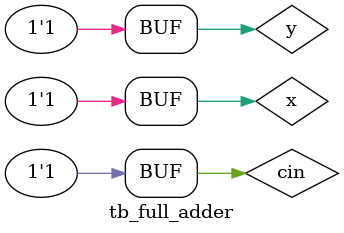
<source format=v>
module tb_full_adder;
reg x,y,cin;
wire sum,cout;
full_adder a(x,y,cin,sum,cout);
initial
begin
x=0; y=0; cin=0;
#5
x=0; y=0; cin=1;
#5
x=0; y=1; cin=0;
#5
x=0; y=1; cin=1;
#5
x=1; y=0; cin=0;
#5
x=1; y=0; cin=1;
#5
x=1; y=1; cin=0;
#5
x=1; y=1; cin=1;
end
endmodule
</source>
